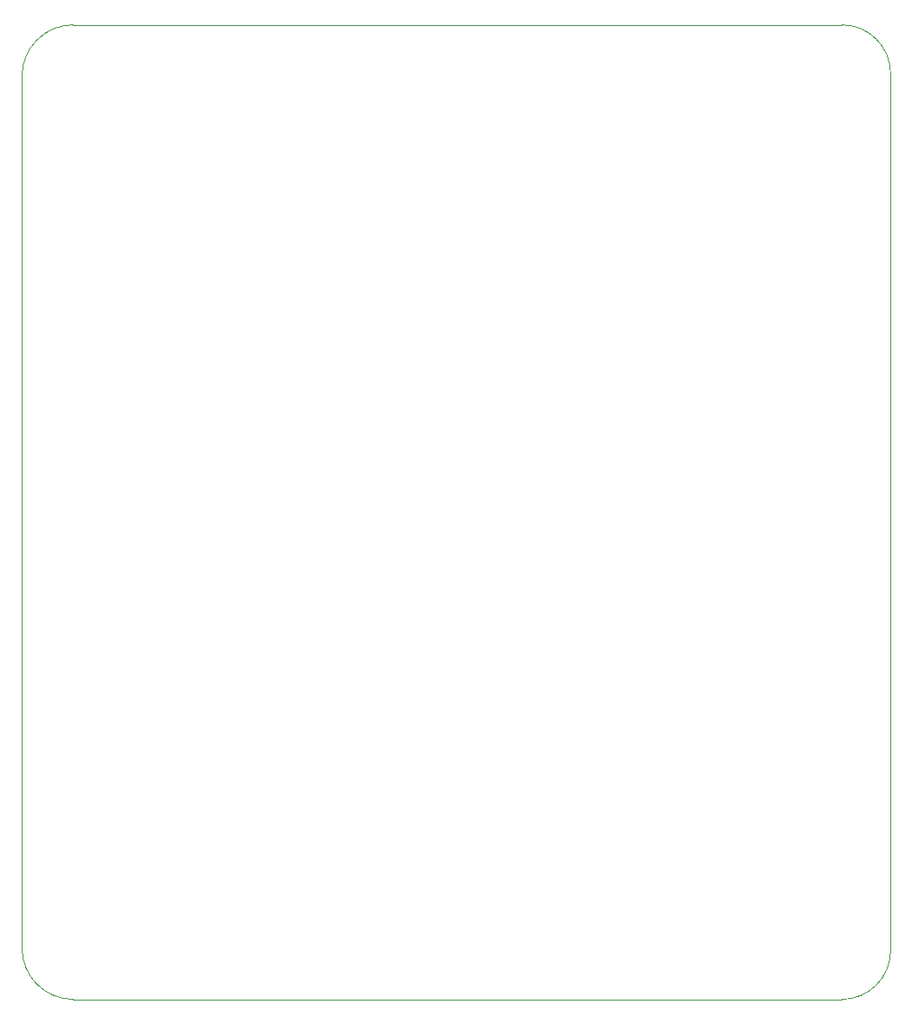
<source format=gbr>
%TF.GenerationSoftware,KiCad,Pcbnew,9.0.0-1.fc41*%
%TF.CreationDate,2025-04-13T20:28:48+02:00*%
%TF.ProjectId,main_board,6d61696e-5f62-46f6-9172-642e6b696361,v1.0*%
%TF.SameCoordinates,Original*%
%TF.FileFunction,Profile,NP*%
%FSLAX46Y46*%
G04 Gerber Fmt 4.6, Leading zero omitted, Abs format (unit mm)*
G04 Created by KiCad (PCBNEW 9.0.0-1.fc41) date 2025-04-13 20:28:48*
%MOMM*%
%LPD*%
G01*
G04 APERTURE LIST*
%TA.AperFunction,Profile*%
%ADD10C,0.050000*%
%TD*%
G04 APERTURE END LIST*
D10*
X106500000Y-39500000D02*
G75*
G02*
X111500000Y-34500000I5000000J0D01*
G01*
X111500000Y-34500000D02*
X186500000Y-34500000D01*
X111500000Y-129500000D02*
G75*
G02*
X106500000Y-124500000I0J5000000D01*
G01*
X186500000Y-34500000D02*
G75*
G02*
X191250000Y-39250000I0J-4750000D01*
G01*
X106500000Y-39500000D02*
X106500000Y-124500000D01*
X186500000Y-129500000D02*
X111500000Y-129500000D01*
X191250000Y-124750000D02*
G75*
G02*
X186500000Y-129500000I-4750000J0D01*
G01*
X191250000Y-39250000D02*
X191250000Y-124750000D01*
M02*

</source>
